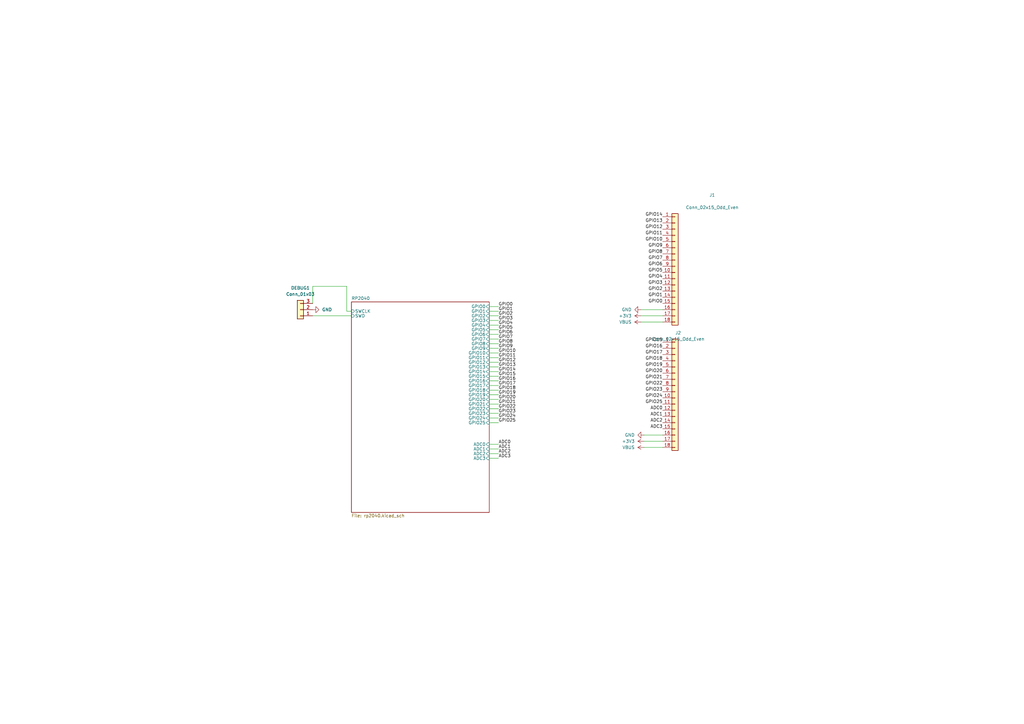
<source format=kicad_sch>
(kicad_sch (version 20211123) (generator eeschema)
  (paper "A3")
  (lib_symbols
    (symbol "Connector_Generic:Conn_01x03" (pin_names (offset 1.016) hide)
      (property "Reference" "J" (at 0 5.08 0))
      (property "Value" "Conn_01x03" (at 0 -5.08 0))
      (symbol "Conn_01x03_1_1"
        (rectangle (start -1.27 -2.413) (end 0 -2.667) (stroke (width 0.1524)))
        (rectangle (start -1.27 0.127) (end 0 -0.127) (stroke (width 0.1524)))
        (rectangle (start -1.27 2.667) (end 0 2.413) (stroke (width 0.1524)))
        (rectangle (start -1.27 3.81) (end 1.27 -3.81) (stroke (width 0.254)) (fill (type background)))
        (pin passive line (at -5.08 2.54 0) (length 3.81) (name "Pin_1") (number "1"))
        (pin passive line (at -5.08 0 0) (length 3.81) (name "Pin_2") (number "2"))
        (pin passive line (at -5.08 -2.54 0) (length 3.81) (name "Pin_3") (number "3"))
      )
    )
    (symbol "Connector_Generic:Conn_01x18" (pin_names (offset 1.016) hide)
      (property "Reference" "J" (at 0 22.86 0))
      (property "Value" "Conn_01x18" (at 0 -25.4 0))
      (symbol "Conn_01x18_1_1"
        (rectangle (start -1.27 -22.733) (end 0 -22.987) (stroke (width 0.1524)))
        (rectangle (start -1.27 -20.193) (end 0 -20.447) (stroke (width 0.1524)))
        (rectangle (start -1.27 -17.653) (end 0 -17.907) (stroke (width 0.1524)))
        (rectangle (start -1.27 -15.113) (end 0 -15.367) (stroke (width 0.1524)))
        (rectangle (start -1.27 -12.573) (end 0 -12.827) (stroke (width 0.1524)))
        (rectangle (start -1.27 -10.033) (end 0 -10.287) (stroke (width 0.1524)))
        (rectangle (start -1.27 -7.493) (end 0 -7.747) (stroke (width 0.1524)))
        (rectangle (start -1.27 -4.953) (end 0 -5.207) (stroke (width 0.1524)))
        (rectangle (start -1.27 -2.413) (end 0 -2.667) (stroke (width 0.1524)))
        (rectangle (start -1.27 0.127) (end 0 -0.127) (stroke (width 0.1524)))
        (rectangle (start -1.27 2.667) (end 0 2.413) (stroke (width 0.1524)))
        (rectangle (start -1.27 5.207) (end 0 4.953) (stroke (width 0.1524)))
        (rectangle (start -1.27 7.747) (end 0 7.493) (stroke (width 0.1524)))
        (rectangle (start -1.27 10.287) (end 0 10.033) (stroke (width 0.1524)))
        (rectangle (start -1.27 12.827) (end 0 12.573) (stroke (width 0.1524)))
        (rectangle (start -1.27 15.367) (end 0 15.113) (stroke (width 0.1524)))
        (rectangle (start -1.27 17.907) (end 0 17.653) (stroke (width 0.1524)))
        (rectangle (start -1.27 20.447) (end 0 20.193) (stroke (width 0.1524)))
        (rectangle (start -1.27 21.59) (end 1.27 -24.13) (stroke (width 0.254)) (fill (type background)))
        (pin passive line (at -5.08 20.32 0) (length 3.81) (name "Pin_1") (number "1"))
        (pin passive line (at -5.08 -2.54 0) (length 3.81) (name "Pin_10") (number "10"))
        (pin passive line (at -5.08 -5.08 0) (length 3.81) (name "Pin_11") (number "11"))
        (pin passive line (at -5.08 -7.62 0) (length 3.81) (name "Pin_12") (number "12"))
        (pin passive line (at -5.08 -10.16 0) (length 3.81) (name "Pin_13") (number "13"))
        (pin passive line (at -5.08 -12.7 0) (length 3.81) (name "Pin_14") (number "14"))
        (pin passive line (at -5.08 -15.24 0) (length 3.81) (name "Pin_15") (number "15"))
        (pin passive line (at -5.08 -17.78 0) (length 3.81) (name "Pin_16") (number "16"))
        (pin passive line (at -5.08 -20.32 0) (length 3.81) (name "Pin_17") (number "17"))
        (pin passive line (at -5.08 -22.86 0) (length 3.81) (name "Pin_18") (number "18"))
        (pin passive line (at -5.08 17.78 0) (length 3.81) (name "Pin_2") (number "2"))
        (pin passive line (at -5.08 15.24 0) (length 3.81) (name "Pin_3") (number "3"))
        (pin passive line (at -5.08 12.7 0) (length 3.81) (name "Pin_4") (number "4"))
        (pin passive line (at -5.08 10.16 0) (length 3.81) (name "Pin_5") (number "5"))
        (pin passive line (at -5.08 7.62 0) (length 3.81) (name "Pin_6") (number "6"))
        (pin passive line (at -5.08 5.08 0) (length 3.81) (name "Pin_7") (number "7"))
        (pin passive line (at -5.08 2.54 0) (length 3.81) (name "Pin_8") (number "8"))
        (pin passive line (at -5.08 0 0) (length 3.81) (name "Pin_9") (number "9"))
      )
    )
    (symbol "power:+3V3" (power) (pin_names (offset 0))
      (property "Value" "+3V3" (at 0 3.556 0))
      (symbol "+3V3_0_1"
        (polyline (pts (xy -0.762 1.27) (xy 0 2.54)))
        (polyline (pts (xy 0 0) (xy 0 2.54)))
        (polyline (pts (xy 0 2.54) (xy 0.762 1.27)))
      )
      (symbol "+3V3_1_1"
        (pin power_in line (at 0 0 90) (length 0) hide (name "+3V3") (number "1"))
      )
    )
    (symbol "power:GND" (power) (pin_names (offset 0))
      (property "Value" "GND" (at 0 -3.81 0))
      (symbol "GND_0_1"
        (polyline (pts (xy 0 0) (xy 0 -1.27) (xy 1.27 -1.27) (xy 0 -2.54) (xy -1.27 -1.27) (xy 0 -1.27)))
      )
      (symbol "GND_1_1"
        (pin power_in line (at 0 0 270) (length 0) hide (name "GND") (number "1"))
      )
    )
    (symbol "power:VBUS" (power) (pin_names (offset 0))
      (property "Value" "VBUS" (at 0 3.81 0))
      (symbol "VBUS_0_1"
        (polyline (pts (xy -0.762 1.27) (xy 0 2.54)))
        (polyline (pts (xy 0 0) (xy 0 2.54)))
        (polyline (pts (xy 0 2.54) (xy 0.762 1.27)))
      )
      (symbol "VBUS_1_1"
        (pin power_in line (at 0 0 90) (length 0) hide (name "VBUS") (number "1"))
      )
    )
  )
  (wire (pts (xy 200.66 127.635) (xy 204.47 127.635)))
  (wire (pts (xy 200.66 161.925) (xy 204.47 161.925)))
  (wire (pts (xy 200.66 148.59) (xy 204.47 148.59)))
  (wire (pts (xy 200.66 152.4) (xy 204.47 152.4)))
  (wire (pts (xy 128.27 117.475) (xy 128.27 124.46)))
  (wire (pts (xy 200.66 154.305) (xy 204.47 154.305)))
  (wire (pts (xy 262.89 127) (xy 271.78 127)))
  (wire (pts (xy 200.66 187.96) (xy 204.47 187.96)))
  (wire (pts (xy 200.66 167.64) (xy 204.47 167.64)))
  (wire (pts (xy 200.66 186.055) (xy 204.47 186.055)))
  (wire (pts (xy 264.16 180.975) (xy 271.78 180.975)))
  (wire (pts (xy 200.66 139.065) (xy 204.47 139.065)))
  (wire (pts (xy 200.66 125.73) (xy 204.47 125.73)))
  (wire (pts (xy 200.66 140.97) (xy 204.47 140.97)))
  (wire (pts (xy 200.66 163.83) (xy 204.47 163.83)))
  (wire (pts (xy 200.66 129.54) (xy 204.47 129.54)))
  (wire (pts (xy 200.66 156.21) (xy 204.47 156.21)))
  (wire (pts (xy 200.66 158.115) (xy 204.47 158.115)))
  (wire (pts (xy 200.66 150.495) (xy 204.47 150.495)))
  (wire (pts (xy 200.66 133.35) (xy 204.47 133.35)))
  (wire (pts (xy 200.66 169.545) (xy 204.47 169.545)))
  (wire (pts (xy 128.27 129.54) (xy 144.145 129.54)))
  (wire (pts (xy 200.66 131.445) (xy 204.47 131.445)))
  (wire (pts (xy 200.66 137.16) (xy 204.47 137.16)))
  (wire (pts (xy 200.66 165.735) (xy 204.47 165.735)))
  (wire (pts (xy 200.66 171.45) (xy 204.47 171.45)))
  (wire (pts (xy 200.66 144.78) (xy 204.47 144.78)))
  (wire (pts (xy 262.89 132.08) (xy 271.78 132.08)))
  (wire (pts (xy 200.66 146.685) (xy 204.47 146.685)))
  (wire (pts (xy 200.66 173.355) (xy 204.47 173.355)))
  (wire (pts (xy 144.145 127.635) (xy 142.24 127.635)))
  (wire (pts (xy 264.16 178.435) (xy 271.78 178.435)))
  (wire (pts (xy 264.16 183.515) (xy 271.78 183.515)))
  (wire (pts (xy 200.66 160.02) (xy 204.47 160.02)))
  (wire (pts (xy 200.66 184.15) (xy 204.47 184.15)))
  (wire (pts (xy 200.66 135.255) (xy 204.47 135.255)))
  (wire (pts (xy 200.66 142.875) (xy 204.47 142.875)))
  (wire (pts (xy 142.24 117.475) (xy 128.27 117.475)))
  (wire (pts (xy 262.89 129.54) (xy 271.78 129.54)))
  (wire (pts (xy 200.66 182.245) (xy 204.47 182.245)))
  (wire (pts (xy 142.24 127.635) (xy 142.24 117.475)))
  (label "GPIO23" (at 271.78 160.655 180))
  (label "GPIO9" (at 271.78 101.6 180))
  (label "GPIO11" (at 204.47 146.685 0))
  (label "GPIO22" (at 271.78 158.115 180))
  (label "GPIO11" (at 271.78 96.52 180))
  (label "GPIO0" (at 204.47 125.73 0))
  (label "GPIO2" (at 204.47 129.54 0))
  (label "GPIO14" (at 271.78 88.9 180))
  (label "GPIO25" (at 271.78 165.735 180))
  (label "GPIO19" (at 204.47 161.925 0))
  (label "GPIO9" (at 204.47 142.875 0))
  (label "ADC0" (at 204.47 182.245 0))
  (label "GPIO2" (at 271.78 119.38 180))
  (label "GPIO22" (at 204.47 167.64 0))
  (label "ADC2" (at 271.78 173.355 180))
  (label "GPIO21" (at 271.78 155.575 180))
  (label "GPIO17" (at 271.78 145.415 180))
  (label "GPIO1" (at 204.47 127.635 0))
  (label "GPIO6" (at 271.78 109.22 180))
  (label "GPIO18" (at 271.78 147.955 180))
  (label "GPIO24" (at 271.78 163.195 180))
  (label "GPIO19" (at 271.78 150.495 180))
  (label "GPIO16" (at 204.47 156.21 0))
  (label "GPIO21" (at 204.47 165.735 0))
  (label "GPIO5" (at 271.78 111.76 180))
  (label "GPIO4" (at 271.78 114.3 180))
  (label "ADC3" (at 271.78 175.895 180))
  (label "ADC2" (at 204.47 186.055 0))
  (label "GPIO16" (at 271.78 142.875 180))
  (label "GPIO0" (at 271.78 124.46 180))
  (label "ADC1" (at 271.78 170.815 180))
  (label "GPIO15" (at 204.47 154.305 0))
  (label "ADC1" (at 204.47 184.15 0))
  (label "GPIO7" (at 204.47 139.065 0))
  (label "GPIO1" (at 271.78 121.92 180))
  (label "ADC0" (at 271.78 168.275 180))
  (label "GPIO24" (at 204.47 171.45 0))
  (label "ADC3" (at 204.47 187.96 0))
  (label "GPIO13" (at 204.47 150.495 0))
  (label "GPIO10" (at 204.47 144.78 0))
  (label "GPIO12" (at 204.47 148.59 0))
  (label "GPIO8" (at 204.47 140.97 0))
  (label "GPIO6" (at 204.47 137.16 0))
  (label "GPIO18" (at 204.47 160.02 0))
  (label "GPIO20" (at 204.47 163.83 0))
  (label "GPIO15" (at 271.78 140.335 180))
  (label "GPIO17" (at 204.47 158.115 0))
  (label "GPIO12" (at 271.78 93.98 180))
  (label "GPIO5" (at 204.47 135.255 0))
  (label "GPIO23" (at 204.47 169.545 0))
  (label "GPIO13" (at 271.78 91.44 180))
  (label "GPIO25" (at 204.47 173.355 0))
  (label "GPIO20" (at 271.78 153.035 180))
  (label "GPIO4" (at 204.47 133.35 0))
  (label "GPIO10" (at 271.78 99.06 180))
  (label "GPIO3" (at 271.78 116.84 180))
  (label "GPIO8" (at 271.78 104.14 180))
  (label "GPIO3" (at 204.47 131.445 0))
  (label "GPIO7" (at 271.78 106.68 180))
  (label "GPIO14" (at 204.47 152.4 0))
  (symbol (lib_id "power:+3V3") (at 264.16 180.975 90) (unit 1)
    (property "Reference" "#PWR0105" (effects hide))
    (property "Value" "+3V3" (at 260.35 180.9749 90) (effects (justify left)))
  )
  (symbol (lib_id "power:GND") (at 128.27 127 90) (unit 1)
    (property "Reference" "#PWR01" (effects hide))
    (property "Value" "GND" (at 132.08 126.9999 90) (effects (justify right)))
  )
  (symbol (lib_id "power:VBUS") (at 264.16 183.515 90) (unit 1)
    (property "Reference" "#PWR0106" (effects hide))
    (property "Value" "VBUS" (at 260.35 183.5149 90) (effects (justify left)))
  )
  (symbol (lib_id "power:GND") (at 262.89 127 270) (unit 1)
    (property "Reference" "#PWR0103" (effects hide))
    (property "Value" "GND" (at 259.08 126.9999 90) (effects (justify right)))
  )
  (symbol (lib_id "Connector_Generic:Conn_01x18") (at 276.86 160.655 0) (unit 1)
    (property "Reference" "J2" (at 278.13 136.525 0))
    (property "Value" "Conn_02x15_Odd_Even" (at 278.13 139.065 0))
    (property "Footprint" "Connector_PinSocket_2.54mm:PinSocket_1x18_P2.54mm_Vertical" (effects hide))
  )
  (symbol (lib_id "power:GND") (at 264.16 178.435 270) (unit 1)
    (property "Reference" "#PWR0104" (effects hide))
    (property "Value" "GND" (at 260.35 178.4349 90) (effects (justify right)))
  )
  (symbol (lib_id "Connector_Generic:Conn_01x03") (at 123.19 127 180) (unit 1)
    (property "Reference" "DEBUG1" (at 123.19 118.11 0))
    (property "Value" "Conn_01x03" (at 123.19 120.65 0))
    (property "Footprint" "Connector_PinHeader_2.54mm:PinHeader_1x03_P2.54mm_Vertical" (effects hide))
  )
  (symbol (lib_id "power:+3V3") (at 262.89 129.54 90) (unit 1)
    (property "Reference" "#PWR0102" (effects hide))
    (property "Value" "+3V3" (at 259.08 129.5399 90) (effects (justify left)))
  )
  (symbol (lib_id "Connector_Generic:Conn_01x18") (at 276.86 109.22 0) (unit 1)
    (property "Reference" "J1" (at 292.1 80.01 0))
    (property "Value" "Conn_02x15_Odd_Even" (at 292.1 85.09 0))
    (property "Footprint" "Connector_PinSocket_2.54mm:PinSocket_1x18_P2.54mm_Vertical" (effects hide))
  )
  (symbol (lib_id "power:VBUS") (at 262.89 132.08 90) (unit 1)
    (property "Reference" "#PWR0101" (effects hide))
    (property "Value" "VBUS" (at 259.08 132.0799 90) (effects (justify left)))
  )
  (sheet (at 144.145 123.825) (size 56.515 86.36) (stroke (width 0.1524))
    (property "Sheet name" "RP2040" (at 144.145 123.1134 0) (effects (justify left bottom)))
    (property "Sheet file" "rp2040.kicad_sch" (at 144.145 210.7696 0) (effects (justify left top)))
    (pin "ADC1" input (at 200.66 184.15 0))
    (pin "ADC2" input (at 200.66 186.055 0))
    (pin "GPIO25" input (at 200.66 173.355 0))
    (pin "GPIO24" input (at 200.66 171.45 0))
    (pin "ADC0" input (at 200.66 182.245 0))
    (pin "ADC3" input (at 200.66 187.96 0))
    (pin "GPIO5" input (at 200.66 135.255 0))
    (pin "GPIO2" input (at 200.66 129.54 0))
    (pin "GPIO22" input (at 200.66 167.64 0))
    (pin "GPIO21" input (at 200.66 165.735 0))
    (pin "GPIO20" input (at 200.66 163.83 0))
    (pin "GPIO23" input (at 200.66 169.545 0))
    (pin "GPIO19" input (at 200.66 161.925 0))
    (pin "GPIO0" input (at 200.66 125.73 0))
    (pin "GPIO4" input (at 200.66 133.35 0))
    (pin "GPIO1" input (at 200.66 127.635 0))
    (pin "GPIO3" input (at 200.66 131.445 0))
    (pin "GPIO7" input (at 200.66 139.065 0))
    (pin "GPIO10" input (at 200.66 144.78 0))
    (pin "GPIO12" input (at 200.66 148.59 0))
    (pin "GPIO6" input (at 200.66 137.16 0))
    (pin "GPIO8" input (at 200.66 140.97 0))
    (pin "GPIO9" input (at 200.66 142.875 0))
    (pin "GPIO11" input (at 200.66 146.685 0))
    (pin "GPIO15" input (at 200.66 154.305 0))
    (pin "GPIO18" input (at 200.66 160.02 0))
    (pin "GPIO16" input (at 200.66 156.21 0))
    (pin "GPIO17" input (at 200.66 158.115 0))
    (pin "GPIO14" input (at 200.66 152.4 0))
    (pin "GPIO13" input (at 200.66 150.495 0))
    (pin "SWCLK" input (at 144.145 127.635 180))
    (pin "SWD" input (at 144.145 129.54 180))
  )
)
</source>
